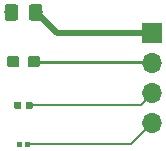
<source format=gtl>
G04 #@! TF.GenerationSoftware,KiCad,Pcbnew,(5.0.0-3-g5ebb6b6)*
G04 #@! TF.CreationDate,2019-01-02T17:07:25+01:00*
G04 #@! TF.ProjectId,lpkf-test,6C706B662D746573742E6B696361645F,rev?*
G04 #@! TF.SameCoordinates,Original*
G04 #@! TF.FileFunction,Copper,L1,Top,Signal*
G04 #@! TF.FilePolarity,Positive*
%FSLAX46Y46*%
G04 Gerber Fmt 4.6, Leading zero omitted, Abs format (unit mm)*
G04 Created by KiCad (PCBNEW (5.0.0-3-g5ebb6b6)) date Wednesday, January 02, 2019 at 05:07:25 PM*
%MOMM*%
%LPD*%
G01*
G04 APERTURE LIST*
G04 #@! TA.AperFunction,ComponentPad*
%ADD10R,1.700000X1.700000*%
G04 #@! TD*
G04 #@! TA.AperFunction,ComponentPad*
%ADD11O,1.700000X1.700000*%
G04 #@! TD*
G04 #@! TA.AperFunction,Conductor*
%ADD12C,0.100000*%
G04 #@! TD*
G04 #@! TA.AperFunction,SMDPad,CuDef*
%ADD13C,1.150000*%
G04 #@! TD*
G04 #@! TA.AperFunction,SMDPad,CuDef*
%ADD14C,0.950000*%
G04 #@! TD*
G04 #@! TA.AperFunction,SMDPad,CuDef*
%ADD15C,0.590000*%
G04 #@! TD*
G04 #@! TA.AperFunction,SMDPad,CuDef*
%ADD16C,0.400000*%
G04 #@! TD*
G04 #@! TA.AperFunction,Conductor*
%ADD17C,0.508000*%
G04 #@! TD*
G04 #@! TA.AperFunction,Conductor*
%ADD18C,0.254000*%
G04 #@! TD*
G04 #@! TA.AperFunction,Conductor*
%ADD19C,0.203200*%
G04 #@! TD*
G04 #@! TA.AperFunction,Conductor*
%ADD20C,0.152400*%
G04 #@! TD*
G04 APERTURE END LIST*
D10*
G04 #@! TO.P,J1,1*
G04 #@! TO.N,Net-(J1-Pad1)*
X124460000Y-89662000D03*
D11*
G04 #@! TO.P,J1,2*
G04 #@! TO.N,Net-(J1-Pad2)*
X124460000Y-92202000D03*
G04 #@! TO.P,J1,3*
G04 #@! TO.N,Net-(J1-Pad3)*
X124460000Y-94742000D03*
G04 #@! TO.P,J1,4*
G04 #@! TO.N,Net-(J1-Pad4)*
X124460000Y-97282000D03*
G04 #@! TD*
D12*
G04 #@! TO.N,Net-(J1-Pad1)*
G04 #@! TO.C,R1*
G36*
X114912505Y-87185204D02*
X114936773Y-87188804D01*
X114960572Y-87194765D01*
X114983671Y-87203030D01*
X115005850Y-87213520D01*
X115026893Y-87226132D01*
X115046599Y-87240747D01*
X115064777Y-87257223D01*
X115081253Y-87275401D01*
X115095868Y-87295107D01*
X115108480Y-87316150D01*
X115118970Y-87338329D01*
X115127235Y-87361428D01*
X115133196Y-87385227D01*
X115136796Y-87409495D01*
X115138000Y-87433999D01*
X115138000Y-88334001D01*
X115136796Y-88358505D01*
X115133196Y-88382773D01*
X115127235Y-88406572D01*
X115118970Y-88429671D01*
X115108480Y-88451850D01*
X115095868Y-88472893D01*
X115081253Y-88492599D01*
X115064777Y-88510777D01*
X115046599Y-88527253D01*
X115026893Y-88541868D01*
X115005850Y-88554480D01*
X114983671Y-88564970D01*
X114960572Y-88573235D01*
X114936773Y-88579196D01*
X114912505Y-88582796D01*
X114888001Y-88584000D01*
X114237999Y-88584000D01*
X114213495Y-88582796D01*
X114189227Y-88579196D01*
X114165428Y-88573235D01*
X114142329Y-88564970D01*
X114120150Y-88554480D01*
X114099107Y-88541868D01*
X114079401Y-88527253D01*
X114061223Y-88510777D01*
X114044747Y-88492599D01*
X114030132Y-88472893D01*
X114017520Y-88451850D01*
X114007030Y-88429671D01*
X113998765Y-88406572D01*
X113992804Y-88382773D01*
X113989204Y-88358505D01*
X113988000Y-88334001D01*
X113988000Y-87433999D01*
X113989204Y-87409495D01*
X113992804Y-87385227D01*
X113998765Y-87361428D01*
X114007030Y-87338329D01*
X114017520Y-87316150D01*
X114030132Y-87295107D01*
X114044747Y-87275401D01*
X114061223Y-87257223D01*
X114079401Y-87240747D01*
X114099107Y-87226132D01*
X114120150Y-87213520D01*
X114142329Y-87203030D01*
X114165428Y-87194765D01*
X114189227Y-87188804D01*
X114213495Y-87185204D01*
X114237999Y-87184000D01*
X114888001Y-87184000D01*
X114912505Y-87185204D01*
X114912505Y-87185204D01*
G37*
D13*
G04 #@! TD*
G04 #@! TO.P,R1,1*
G04 #@! TO.N,Net-(J1-Pad1)*
X114563000Y-87884000D03*
D12*
G04 #@! TO.N,N/C*
G04 #@! TO.C,R1*
G36*
X112862505Y-87185204D02*
X112886773Y-87188804D01*
X112910572Y-87194765D01*
X112933671Y-87203030D01*
X112955850Y-87213520D01*
X112976893Y-87226132D01*
X112996599Y-87240747D01*
X113014777Y-87257223D01*
X113031253Y-87275401D01*
X113045868Y-87295107D01*
X113058480Y-87316150D01*
X113068970Y-87338329D01*
X113077235Y-87361428D01*
X113083196Y-87385227D01*
X113086796Y-87409495D01*
X113088000Y-87433999D01*
X113088000Y-88334001D01*
X113086796Y-88358505D01*
X113083196Y-88382773D01*
X113077235Y-88406572D01*
X113068970Y-88429671D01*
X113058480Y-88451850D01*
X113045868Y-88472893D01*
X113031253Y-88492599D01*
X113014777Y-88510777D01*
X112996599Y-88527253D01*
X112976893Y-88541868D01*
X112955850Y-88554480D01*
X112933671Y-88564970D01*
X112910572Y-88573235D01*
X112886773Y-88579196D01*
X112862505Y-88582796D01*
X112838001Y-88584000D01*
X112187999Y-88584000D01*
X112163495Y-88582796D01*
X112139227Y-88579196D01*
X112115428Y-88573235D01*
X112092329Y-88564970D01*
X112070150Y-88554480D01*
X112049107Y-88541868D01*
X112029401Y-88527253D01*
X112011223Y-88510777D01*
X111994747Y-88492599D01*
X111980132Y-88472893D01*
X111967520Y-88451850D01*
X111957030Y-88429671D01*
X111948765Y-88406572D01*
X111942804Y-88382773D01*
X111939204Y-88358505D01*
X111938000Y-88334001D01*
X111938000Y-87433999D01*
X111939204Y-87409495D01*
X111942804Y-87385227D01*
X111948765Y-87361428D01*
X111957030Y-87338329D01*
X111967520Y-87316150D01*
X111980132Y-87295107D01*
X111994747Y-87275401D01*
X112011223Y-87257223D01*
X112029401Y-87240747D01*
X112049107Y-87226132D01*
X112070150Y-87213520D01*
X112092329Y-87203030D01*
X112115428Y-87194765D01*
X112139227Y-87188804D01*
X112163495Y-87185204D01*
X112187999Y-87184000D01*
X112838001Y-87184000D01*
X112862505Y-87185204D01*
X112862505Y-87185204D01*
G37*
D13*
G04 #@! TD*
G04 #@! TO.P,R1,2*
G04 #@! TO.N,N/C*
X112513000Y-87884000D03*
D12*
G04 #@! TO.N,Net-(J1-Pad2)*
G04 #@! TO.C,R2*
G36*
X114723779Y-91582144D02*
X114746834Y-91585563D01*
X114769443Y-91591227D01*
X114791387Y-91599079D01*
X114812457Y-91609044D01*
X114832448Y-91621026D01*
X114851168Y-91634910D01*
X114868438Y-91650562D01*
X114884090Y-91667832D01*
X114897974Y-91686552D01*
X114909956Y-91706543D01*
X114919921Y-91727613D01*
X114927773Y-91749557D01*
X114933437Y-91772166D01*
X114936856Y-91795221D01*
X114938000Y-91818500D01*
X114938000Y-92293500D01*
X114936856Y-92316779D01*
X114933437Y-92339834D01*
X114927773Y-92362443D01*
X114919921Y-92384387D01*
X114909956Y-92405457D01*
X114897974Y-92425448D01*
X114884090Y-92444168D01*
X114868438Y-92461438D01*
X114851168Y-92477090D01*
X114832448Y-92490974D01*
X114812457Y-92502956D01*
X114791387Y-92512921D01*
X114769443Y-92520773D01*
X114746834Y-92526437D01*
X114723779Y-92529856D01*
X114700500Y-92531000D01*
X114125500Y-92531000D01*
X114102221Y-92529856D01*
X114079166Y-92526437D01*
X114056557Y-92520773D01*
X114034613Y-92512921D01*
X114013543Y-92502956D01*
X113993552Y-92490974D01*
X113974832Y-92477090D01*
X113957562Y-92461438D01*
X113941910Y-92444168D01*
X113928026Y-92425448D01*
X113916044Y-92405457D01*
X113906079Y-92384387D01*
X113898227Y-92362443D01*
X113892563Y-92339834D01*
X113889144Y-92316779D01*
X113888000Y-92293500D01*
X113888000Y-91818500D01*
X113889144Y-91795221D01*
X113892563Y-91772166D01*
X113898227Y-91749557D01*
X113906079Y-91727613D01*
X113916044Y-91706543D01*
X113928026Y-91686552D01*
X113941910Y-91667832D01*
X113957562Y-91650562D01*
X113974832Y-91634910D01*
X113993552Y-91621026D01*
X114013543Y-91609044D01*
X114034613Y-91599079D01*
X114056557Y-91591227D01*
X114079166Y-91585563D01*
X114102221Y-91582144D01*
X114125500Y-91581000D01*
X114700500Y-91581000D01*
X114723779Y-91582144D01*
X114723779Y-91582144D01*
G37*
D14*
G04 #@! TD*
G04 #@! TO.P,R2,1*
G04 #@! TO.N,Net-(J1-Pad2)*
X114413000Y-92056000D03*
D12*
G04 #@! TO.N,N/C*
G04 #@! TO.C,R2*
G36*
X112973779Y-91582144D02*
X112996834Y-91585563D01*
X113019443Y-91591227D01*
X113041387Y-91599079D01*
X113062457Y-91609044D01*
X113082448Y-91621026D01*
X113101168Y-91634910D01*
X113118438Y-91650562D01*
X113134090Y-91667832D01*
X113147974Y-91686552D01*
X113159956Y-91706543D01*
X113169921Y-91727613D01*
X113177773Y-91749557D01*
X113183437Y-91772166D01*
X113186856Y-91795221D01*
X113188000Y-91818500D01*
X113188000Y-92293500D01*
X113186856Y-92316779D01*
X113183437Y-92339834D01*
X113177773Y-92362443D01*
X113169921Y-92384387D01*
X113159956Y-92405457D01*
X113147974Y-92425448D01*
X113134090Y-92444168D01*
X113118438Y-92461438D01*
X113101168Y-92477090D01*
X113082448Y-92490974D01*
X113062457Y-92502956D01*
X113041387Y-92512921D01*
X113019443Y-92520773D01*
X112996834Y-92526437D01*
X112973779Y-92529856D01*
X112950500Y-92531000D01*
X112375500Y-92531000D01*
X112352221Y-92529856D01*
X112329166Y-92526437D01*
X112306557Y-92520773D01*
X112284613Y-92512921D01*
X112263543Y-92502956D01*
X112243552Y-92490974D01*
X112224832Y-92477090D01*
X112207562Y-92461438D01*
X112191910Y-92444168D01*
X112178026Y-92425448D01*
X112166044Y-92405457D01*
X112156079Y-92384387D01*
X112148227Y-92362443D01*
X112142563Y-92339834D01*
X112139144Y-92316779D01*
X112138000Y-92293500D01*
X112138000Y-91818500D01*
X112139144Y-91795221D01*
X112142563Y-91772166D01*
X112148227Y-91749557D01*
X112156079Y-91727613D01*
X112166044Y-91706543D01*
X112178026Y-91686552D01*
X112191910Y-91667832D01*
X112207562Y-91650562D01*
X112224832Y-91634910D01*
X112243552Y-91621026D01*
X112263543Y-91609044D01*
X112284613Y-91599079D01*
X112306557Y-91591227D01*
X112329166Y-91585563D01*
X112352221Y-91582144D01*
X112375500Y-91581000D01*
X112950500Y-91581000D01*
X112973779Y-91582144D01*
X112973779Y-91582144D01*
G37*
D14*
G04 #@! TD*
G04 #@! TO.P,R2,2*
G04 #@! TO.N,N/C*
X112663000Y-92056000D03*
D12*
G04 #@! TO.N,Net-(J1-Pad3)*
G04 #@! TO.C,R3*
G36*
X114184958Y-95428710D02*
X114199276Y-95430834D01*
X114213317Y-95434351D01*
X114226946Y-95439228D01*
X114240031Y-95445417D01*
X114252447Y-95452858D01*
X114264073Y-95461481D01*
X114274798Y-95471202D01*
X114284519Y-95481927D01*
X114293142Y-95493553D01*
X114300583Y-95505969D01*
X114306772Y-95519054D01*
X114311649Y-95532683D01*
X114315166Y-95546724D01*
X114317290Y-95561042D01*
X114318000Y-95575500D01*
X114318000Y-95920500D01*
X114317290Y-95934958D01*
X114315166Y-95949276D01*
X114311649Y-95963317D01*
X114306772Y-95976946D01*
X114300583Y-95990031D01*
X114293142Y-96002447D01*
X114284519Y-96014073D01*
X114274798Y-96024798D01*
X114264073Y-96034519D01*
X114252447Y-96043142D01*
X114240031Y-96050583D01*
X114226946Y-96056772D01*
X114213317Y-96061649D01*
X114199276Y-96065166D01*
X114184958Y-96067290D01*
X114170500Y-96068000D01*
X113875500Y-96068000D01*
X113861042Y-96067290D01*
X113846724Y-96065166D01*
X113832683Y-96061649D01*
X113819054Y-96056772D01*
X113805969Y-96050583D01*
X113793553Y-96043142D01*
X113781927Y-96034519D01*
X113771202Y-96024798D01*
X113761481Y-96014073D01*
X113752858Y-96002447D01*
X113745417Y-95990031D01*
X113739228Y-95976946D01*
X113734351Y-95963317D01*
X113730834Y-95949276D01*
X113728710Y-95934958D01*
X113728000Y-95920500D01*
X113728000Y-95575500D01*
X113728710Y-95561042D01*
X113730834Y-95546724D01*
X113734351Y-95532683D01*
X113739228Y-95519054D01*
X113745417Y-95505969D01*
X113752858Y-95493553D01*
X113761481Y-95481927D01*
X113771202Y-95471202D01*
X113781927Y-95461481D01*
X113793553Y-95452858D01*
X113805969Y-95445417D01*
X113819054Y-95439228D01*
X113832683Y-95434351D01*
X113846724Y-95430834D01*
X113861042Y-95428710D01*
X113875500Y-95428000D01*
X114170500Y-95428000D01*
X114184958Y-95428710D01*
X114184958Y-95428710D01*
G37*
D15*
G04 #@! TD*
G04 #@! TO.P,R3,1*
G04 #@! TO.N,Net-(J1-Pad3)*
X114023000Y-95748000D03*
D12*
G04 #@! TO.N,N/C*
G04 #@! TO.C,R3*
G36*
X113214958Y-95428710D02*
X113229276Y-95430834D01*
X113243317Y-95434351D01*
X113256946Y-95439228D01*
X113270031Y-95445417D01*
X113282447Y-95452858D01*
X113294073Y-95461481D01*
X113304798Y-95471202D01*
X113314519Y-95481927D01*
X113323142Y-95493553D01*
X113330583Y-95505969D01*
X113336772Y-95519054D01*
X113341649Y-95532683D01*
X113345166Y-95546724D01*
X113347290Y-95561042D01*
X113348000Y-95575500D01*
X113348000Y-95920500D01*
X113347290Y-95934958D01*
X113345166Y-95949276D01*
X113341649Y-95963317D01*
X113336772Y-95976946D01*
X113330583Y-95990031D01*
X113323142Y-96002447D01*
X113314519Y-96014073D01*
X113304798Y-96024798D01*
X113294073Y-96034519D01*
X113282447Y-96043142D01*
X113270031Y-96050583D01*
X113256946Y-96056772D01*
X113243317Y-96061649D01*
X113229276Y-96065166D01*
X113214958Y-96067290D01*
X113200500Y-96068000D01*
X112905500Y-96068000D01*
X112891042Y-96067290D01*
X112876724Y-96065166D01*
X112862683Y-96061649D01*
X112849054Y-96056772D01*
X112835969Y-96050583D01*
X112823553Y-96043142D01*
X112811927Y-96034519D01*
X112801202Y-96024798D01*
X112791481Y-96014073D01*
X112782858Y-96002447D01*
X112775417Y-95990031D01*
X112769228Y-95976946D01*
X112764351Y-95963317D01*
X112760834Y-95949276D01*
X112758710Y-95934958D01*
X112758000Y-95920500D01*
X112758000Y-95575500D01*
X112758710Y-95561042D01*
X112760834Y-95546724D01*
X112764351Y-95532683D01*
X112769228Y-95519054D01*
X112775417Y-95505969D01*
X112782858Y-95493553D01*
X112791481Y-95481927D01*
X112801202Y-95471202D01*
X112811927Y-95461481D01*
X112823553Y-95452858D01*
X112835969Y-95445417D01*
X112849054Y-95439228D01*
X112862683Y-95434351D01*
X112876724Y-95430834D01*
X112891042Y-95428710D01*
X112905500Y-95428000D01*
X113200500Y-95428000D01*
X113214958Y-95428710D01*
X113214958Y-95428710D01*
G37*
D15*
G04 #@! TD*
G04 #@! TO.P,R3,2*
G04 #@! TO.N,N/C*
X113053000Y-95748000D03*
D12*
G04 #@! TO.N,Net-(J1-Pad4)*
G04 #@! TO.C,R4*
G36*
X113997802Y-98860482D02*
X114007509Y-98861921D01*
X114017028Y-98864306D01*
X114026268Y-98867612D01*
X114035140Y-98871808D01*
X114043557Y-98876853D01*
X114051439Y-98882699D01*
X114058711Y-98889289D01*
X114065301Y-98896561D01*
X114071147Y-98904443D01*
X114076192Y-98912860D01*
X114080388Y-98921732D01*
X114083694Y-98930972D01*
X114086079Y-98940491D01*
X114087518Y-98950198D01*
X114088000Y-98960000D01*
X114088000Y-99160000D01*
X114087518Y-99169802D01*
X114086079Y-99179509D01*
X114083694Y-99189028D01*
X114080388Y-99198268D01*
X114076192Y-99207140D01*
X114071147Y-99215557D01*
X114065301Y-99223439D01*
X114058711Y-99230711D01*
X114051439Y-99237301D01*
X114043557Y-99243147D01*
X114035140Y-99248192D01*
X114026268Y-99252388D01*
X114017028Y-99255694D01*
X114007509Y-99258079D01*
X113997802Y-99259518D01*
X113988000Y-99260000D01*
X113728000Y-99260000D01*
X113718198Y-99259518D01*
X113708491Y-99258079D01*
X113698972Y-99255694D01*
X113689732Y-99252388D01*
X113680860Y-99248192D01*
X113672443Y-99243147D01*
X113664561Y-99237301D01*
X113657289Y-99230711D01*
X113650699Y-99223439D01*
X113644853Y-99215557D01*
X113639808Y-99207140D01*
X113635612Y-99198268D01*
X113632306Y-99189028D01*
X113629921Y-99179509D01*
X113628482Y-99169802D01*
X113628000Y-99160000D01*
X113628000Y-98960000D01*
X113628482Y-98950198D01*
X113629921Y-98940491D01*
X113632306Y-98930972D01*
X113635612Y-98921732D01*
X113639808Y-98912860D01*
X113644853Y-98904443D01*
X113650699Y-98896561D01*
X113657289Y-98889289D01*
X113664561Y-98882699D01*
X113672443Y-98876853D01*
X113680860Y-98871808D01*
X113689732Y-98867612D01*
X113698972Y-98864306D01*
X113708491Y-98861921D01*
X113718198Y-98860482D01*
X113728000Y-98860000D01*
X113988000Y-98860000D01*
X113997802Y-98860482D01*
X113997802Y-98860482D01*
G37*
D16*
G04 #@! TD*
G04 #@! TO.P,R4,1*
G04 #@! TO.N,Net-(J1-Pad4)*
X113858000Y-99060000D03*
D12*
G04 #@! TO.N,N/C*
G04 #@! TO.C,R4*
G36*
X113357802Y-98860482D02*
X113367509Y-98861921D01*
X113377028Y-98864306D01*
X113386268Y-98867612D01*
X113395140Y-98871808D01*
X113403557Y-98876853D01*
X113411439Y-98882699D01*
X113418711Y-98889289D01*
X113425301Y-98896561D01*
X113431147Y-98904443D01*
X113436192Y-98912860D01*
X113440388Y-98921732D01*
X113443694Y-98930972D01*
X113446079Y-98940491D01*
X113447518Y-98950198D01*
X113448000Y-98960000D01*
X113448000Y-99160000D01*
X113447518Y-99169802D01*
X113446079Y-99179509D01*
X113443694Y-99189028D01*
X113440388Y-99198268D01*
X113436192Y-99207140D01*
X113431147Y-99215557D01*
X113425301Y-99223439D01*
X113418711Y-99230711D01*
X113411439Y-99237301D01*
X113403557Y-99243147D01*
X113395140Y-99248192D01*
X113386268Y-99252388D01*
X113377028Y-99255694D01*
X113367509Y-99258079D01*
X113357802Y-99259518D01*
X113348000Y-99260000D01*
X113088000Y-99260000D01*
X113078198Y-99259518D01*
X113068491Y-99258079D01*
X113058972Y-99255694D01*
X113049732Y-99252388D01*
X113040860Y-99248192D01*
X113032443Y-99243147D01*
X113024561Y-99237301D01*
X113017289Y-99230711D01*
X113010699Y-99223439D01*
X113004853Y-99215557D01*
X112999808Y-99207140D01*
X112995612Y-99198268D01*
X112992306Y-99189028D01*
X112989921Y-99179509D01*
X112988482Y-99169802D01*
X112988000Y-99160000D01*
X112988000Y-98960000D01*
X112988482Y-98950198D01*
X112989921Y-98940491D01*
X112992306Y-98930972D01*
X112995612Y-98921732D01*
X112999808Y-98912860D01*
X113004853Y-98904443D01*
X113010699Y-98896561D01*
X113017289Y-98889289D01*
X113024561Y-98882699D01*
X113032443Y-98876853D01*
X113040860Y-98871808D01*
X113049732Y-98867612D01*
X113058972Y-98864306D01*
X113068491Y-98861921D01*
X113078198Y-98860482D01*
X113088000Y-98860000D01*
X113348000Y-98860000D01*
X113357802Y-98860482D01*
X113357802Y-98860482D01*
G37*
D16*
G04 #@! TD*
G04 #@! TO.P,R4,2*
G04 #@! TO.N,N/C*
X113218000Y-99060000D03*
D17*
G04 #@! TO.N,Net-(J1-Pad1)*
X116341000Y-89662000D02*
X114563000Y-87884000D01*
X124460000Y-89662000D02*
X116341000Y-89662000D01*
D18*
G04 #@! TO.N,Net-(J1-Pad2)*
X124314000Y-92056000D02*
X124460000Y-92202000D01*
X114413000Y-92056000D02*
X124314000Y-92056000D01*
D19*
G04 #@! TO.N,Net-(J1-Pad3)*
X123454000Y-95748000D02*
X124460000Y-94742000D01*
X114023000Y-95748000D02*
X123454000Y-95748000D01*
D20*
G04 #@! TO.N,Net-(J1-Pad4)*
X122682000Y-99060000D02*
X124460000Y-97282000D01*
X113858000Y-99060000D02*
X122682000Y-99060000D01*
G04 #@! TD*
M02*

</source>
